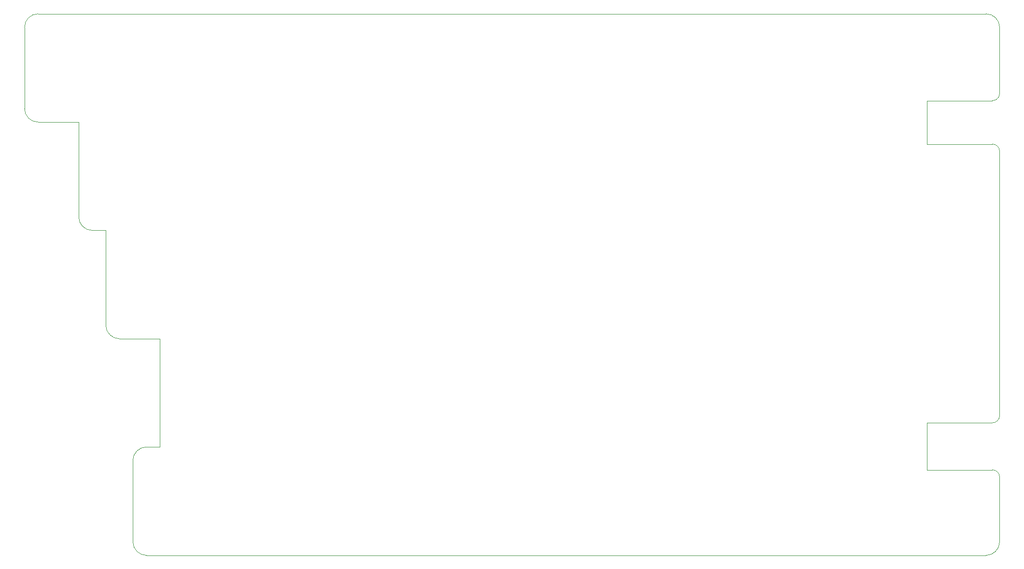
<source format=gm1>
G04 #@! TF.GenerationSoftware,KiCad,Pcbnew,5.1.2-f72e74a~84~ubuntu18.04.1*
G04 #@! TF.CreationDate,2019-06-17T18:23:15+09:00*
G04 #@! TF.ProjectId,right-bottom,72696768-742d-4626-9f74-746f6d2e6b69,rev?*
G04 #@! TF.SameCoordinates,Original*
G04 #@! TF.FileFunction,Profile,NP*
%FSLAX46Y46*%
G04 Gerber Fmt 4.6, Leading zero omitted, Abs format (unit mm)*
G04 Created by KiCad (PCBNEW 5.1.2-f72e74a~84~ubuntu18.04.1) date 2019-06-17 18:23:15*
%MOMM*%
%LPD*%
G04 APERTURE LIST*
%ADD10C,0.050000*%
G04 APERTURE END LIST*
D10*
X209000000Y-115610000D02*
G75*
G02X207730000Y-116880000I-1270000J0D01*
G01*
X207730000Y-125135000D02*
G75*
G02X209000000Y-126405000I0J-1270000D01*
G01*
X207730000Y-67985000D02*
G75*
G02X209000000Y-69255000I0J-1270000D01*
G01*
X209000000Y-59095000D02*
G75*
G02X207730000Y-60365000I-1270000J0D01*
G01*
X209000000Y-137750000D02*
X209000000Y-126405000D01*
X196300000Y-116880000D02*
X207730000Y-116880000D01*
X196300000Y-125135000D02*
X196300000Y-116880000D01*
X207730000Y-125135000D02*
X196300000Y-125135000D01*
X209000000Y-47500000D02*
X209000000Y-59095000D01*
X196300000Y-67985000D02*
X207730000Y-67985000D01*
X196300000Y-60365000D02*
X196300000Y-67985000D01*
X207730000Y-60365000D02*
X196300000Y-60365000D01*
X66500000Y-45125000D02*
X40375000Y-45125000D01*
X59375000Y-140125000D02*
G75*
G02X57000000Y-137750000I0J2375000D01*
G01*
X57000000Y-123500000D02*
G75*
G02X59375000Y-121125000I2375000J0D01*
G01*
X54625000Y-102125000D02*
G75*
G02X52250000Y-99750000I0J2375000D01*
G01*
X49875000Y-83125000D02*
G75*
G02X47500000Y-80750000I0J2375000D01*
G01*
X40375000Y-64125000D02*
G75*
G02X38000000Y-61750000I0J2375000D01*
G01*
X38000000Y-47500000D02*
G75*
G02X40375000Y-45125000I2375000J0D01*
G01*
X206625000Y-45125000D02*
G75*
G02X209000000Y-47500000I0J-2375000D01*
G01*
X209000000Y-137750000D02*
G75*
G02X206625000Y-140125000I-2375000J0D01*
G01*
X206625000Y-140125000D02*
X59375000Y-140125000D01*
X47500000Y-64125000D02*
X40375000Y-64125000D01*
X47500000Y-80750000D02*
X47500000Y-64125000D01*
X52250000Y-83125000D02*
X49875000Y-83125000D01*
X52250000Y-99750000D02*
X52250000Y-83125000D01*
X61750000Y-102125000D02*
X54625000Y-102125000D01*
X61750000Y-121125000D02*
X61750000Y-102125000D01*
X61750000Y-121125000D02*
X59375000Y-121125000D01*
X57000000Y-137750000D02*
X57000000Y-123500000D01*
X209000000Y-69255000D02*
X209000000Y-115610000D01*
X66500000Y-45125000D02*
X206625000Y-45125000D01*
X38000000Y-61750000D02*
X38000000Y-47500000D01*
M02*

</source>
